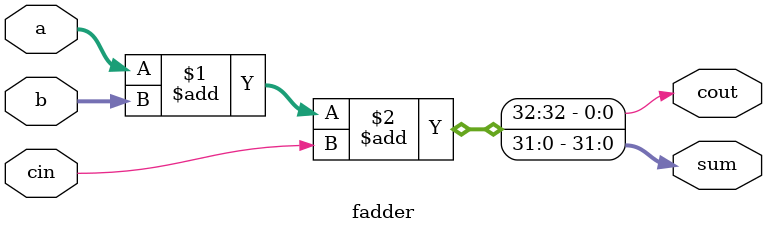
<source format=v>
module fadder 
  #(parameter WIDTH=32)
   (a,b,cin,sum,cout);
   input  cin;
   input [WIDTH-1:0] a,b;
   output [WIDTH-1:0] sum;
   output 	      cout;
   
   assign {cout,sum} = a + b + cin;

endmodule

</source>
